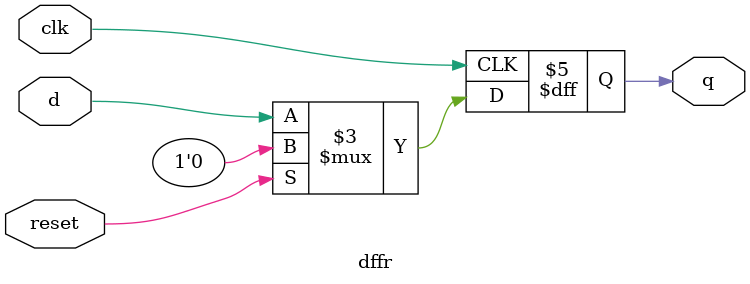
<source format=v>
/*%W%	%G%*/

/*****************************************************************
 *
 * File Name    : dffr.v
 * Author Name  : John Lo
 * Description  :  
 *                
 * Parent Module: 
 * Child  Module: 
 * Interface Mod: many.
 * Date Created : 3/25/04
 *
 * Copyright (c) 2020, Sun Microsystems, Inc. 
 * Sun Proprietary and Confidential   
 *
 * Modification :
 * 
 ****************************************************************/

module dffr  (clk,reset,d,q);

parameter WIDTH = 1;

input	[WIDTH-1:0]	d;
input			reset;
input			clk;
output	[WIDTH-1:0]	q;

reg	[WIDTH-1:0]	q;

always@(posedge clk ) begin
	if (reset) q[WIDTH-1:0] <= {WIDTH{1'b0}} ;
	else q[WIDTH-1:0] <= d[WIDTH-1:0] ;
	end

endmodule

</source>
